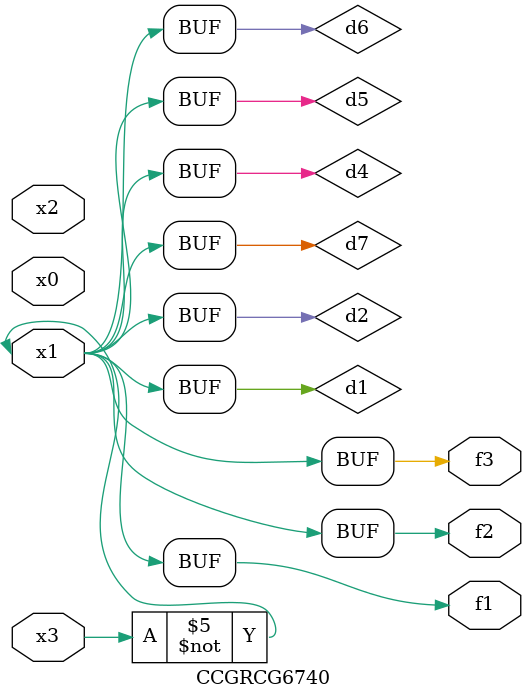
<source format=v>
module CCGRCG6740(
	input x0, x1, x2, x3,
	output f1, f2, f3
);

	wire d1, d2, d3, d4, d5, d6, d7;

	not (d1, x3);
	buf (d2, x1);
	xnor (d3, d1, d2);
	nor (d4, d1);
	buf (d5, d1, d2);
	buf (d6, d4, d5);
	nand (d7, d4);
	assign f1 = d6;
	assign f2 = d7;
	assign f3 = d6;
endmodule

</source>
